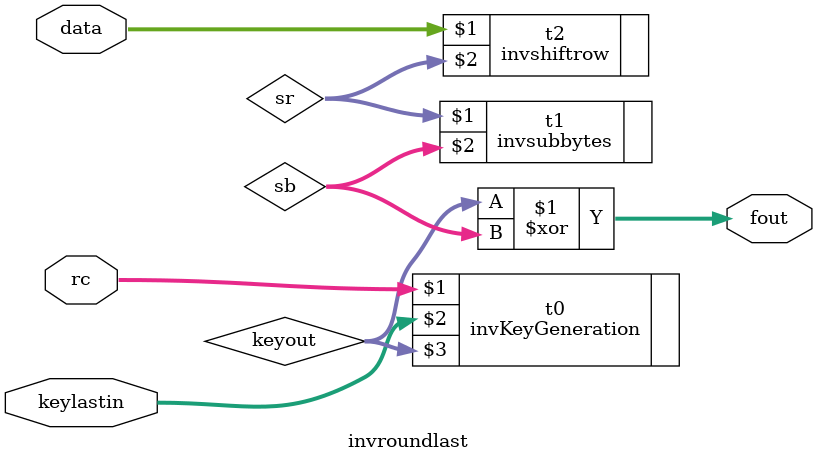
<source format=v>
`timescale 1ns / 1ps

module invroundlast(
    input [3:0]rc,
    input [127:0]data,
    input [127:0]keylastin,
    output [127:0]fout
);

wire [127:0] sb,sr,mcl,keyout;

invKeyGeneration t0(rc,keylastin,keyout);
invshiftrow t2(data,sr);
invsubbytes t1(sr,sb);
assign fout= keyout^sb;

endmodule

</source>
